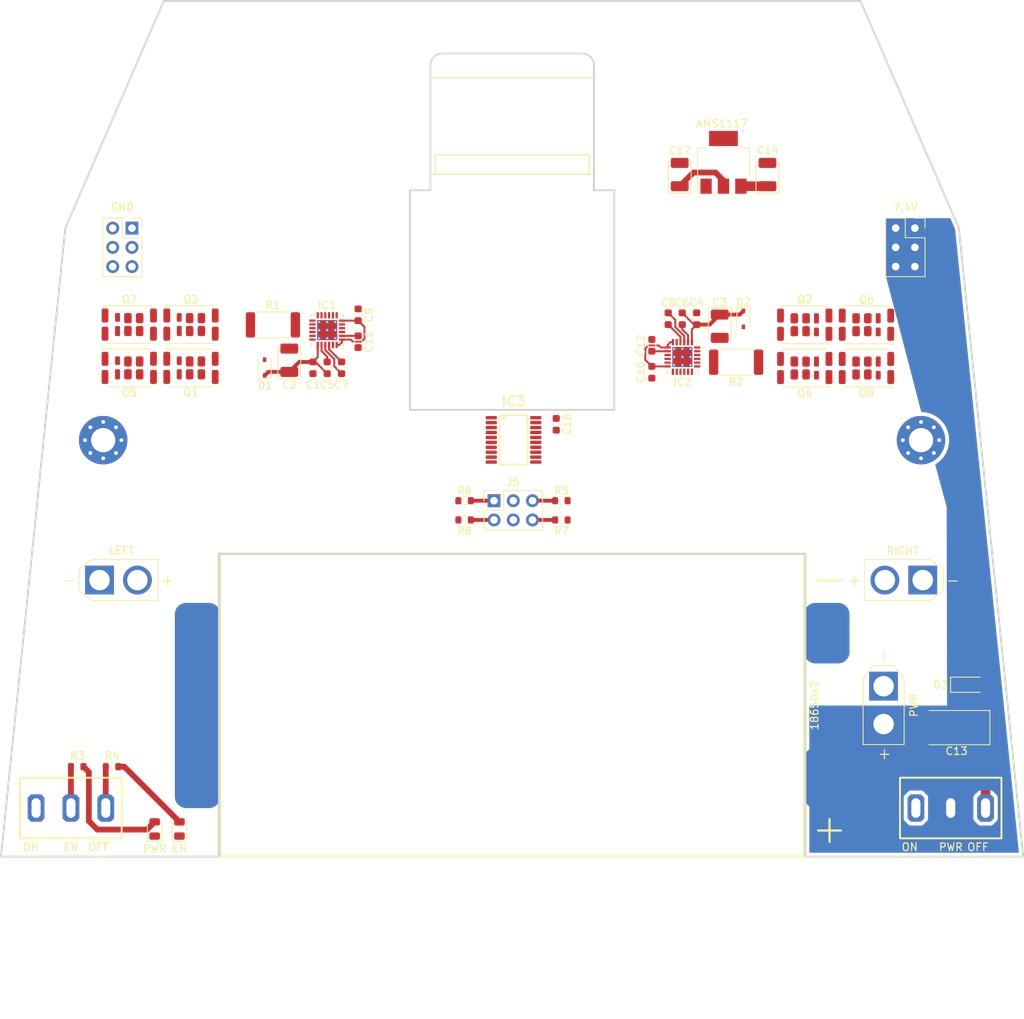
<source format=kicad_pcb>
(kicad_pcb (version 20211014) (generator pcbnew)
  (layers (0 "F.Cu" signal) (31 "B.Cu" signal) (34 "B.Paste" user) (35 "F.Paste" user) (36 "B.SilkS" user "B.Silkscreen") (37 "F.SilkS" user "F.Silkscreen") (38 "B.Mask" user) (39 "F.Mask" user) (44 "Edge.Cuts" user))
  (net 0 "")
  (net 1 "GNDPWR")
  (net 2 "Net-(C1-Pad2)")
  (net 3 "Net-(C5-Pad2)")
  (net 4 "Net-(C7-Pad1)")
  (net 5 "Net-(C7-Pad2)")
  (net 6 "Net-(C9-Pad1)")
  (net 7 "Net-(C11-Pad1)")
  (net 8 "VCC")
  (net 9 "+3V3")
  (net 13 "/WKUP")
  (net 14 "/PWM11")
  (net 15 "/DIR11")
  (net 16 "Net-(IC1-Pad17)")
  (net 17 "Net-(IC1-Pad18)")
  (net 18 "Net-(IC1-Pad19)")
  (net 19 "Net-(IC1-Pad21)")
  (net 20 "Net-(IC1-Pad22)")
  (net 21 "Net-(IC1-Pad23)")
  (net 22 "Net-(IC1-Pad24)")
  (net 23 "Net-(C3-Pad1)")
  (net 24 "Net-(C6-Pad2)")
  (net 25 "Net-(C8-Pad1)")
  (net 26 "/PWM22")
  (net 27 "/DIR22")
  (net 28 "Net-(C8-Pad2)")
  (net 29 "Net-(C10-Pad1)")
  (net 30 "Net-(C12-Pad1)")
  (net 34 "Net-(IC2-Pad17)")
  (net 36 "/DIR2")
  (net 40 "/DIR1")
  (net 42 "/PWM1")
  (net 45 "/PWM2")
  (net 47 "+7.5V")
  (net 48 "Net-(IC2-Pad18)")
  (net 49 "Net-(IC2-Pad19)")
  (net 50 "Net-(IC2-Pad21)")
  (net 51 "Net-(IC2-Pad22)")
  (net 52 "Net-(IC2-Pad23)")
  (net 53 "Net-(IC2-Pad24)")
  (net 54 "Net-(D4-Pad2)")
  (net 55 "Net-(C13-Pad1)")
  (net 57 "Net-(D5-Pad2)")
  (footprint "ErBW_s:DirectFET_ME" (layer "F.Cu") (at 114.3 12.7508 180)
    (fp_text reference "Q6")
    (fp_text value "NMOS")
  )
  (footprint "Connector_PinSocket_2.54mm:PinSocket_2x03_P2.54mm_Vertical" (layer "F.Cu") (at 120.69539 0)
    (fp_text reference "7.4V")
    (fp_text value "Conn_02x03_Odd_Even")
  )
  (footprint "ErBW_s:BatteryHolder_2x18650" (layer "F.Cu") (at 67.51 63.04)
    (fp_text reference "18650x2")
    (fp_text value "Conn_01x02")
  )
  (footprint "Resistor_SMD:R_0603_1608Metric" (layer "F.Cu") (at 10.0706 71.12)
    (property "Reference" "R?")
    (property "Value" "5K1")
    (fp_text reference "R3")
    (fp_text value "5k1")
  )
  (footprint "ErBW_s:DirectFET_ME" (layer "F.Cu") (at 106.1466 12.7508 180)
    (fp_text reference "Q2")
    (fp_text value "NMOS")
  )
  (footprint "Resistor_SMD:R_2512_6332Metric" (layer "F.Cu") (at 97.0814 17.7036 180)
    (fp_text reference "R2")
    (fp_text value "50mR")
  )
  (footprint "Capacitor_Tantalum_SMD:CP_EIA-7343-30_AVX-N" (layer "F.Cu") (at 126.1989 65.9638 180)
    (fp_text reference "C13")
    (fp_text value "470uF")
  )
  (footprint "Capacitor_SMD:C_0603_1608Metric" (layer "F.Cu") (at 43.0784 18.4404 90)
    (fp_text reference "C5")
    (fp_text value "1uF")
  )
  (footprint "ErBW_s:DirectFET_ME" (layer "F.Cu") (at 25.0952 12.7452)
    (fp_text reference "Q3")
    (fp_text value "NMOS")
  )
  (footprint "Resistor_SMD:R_0603_1608Metric" (layer "F.Cu") (at 74.0052 35.9972 180)
    (fp_text reference "R5")
    (fp_text value "10k")
  )
  (footprint "Connector_PinSocket_2.54mm:PinSocket_2x03_P2.54mm_Vertical" (layer "F.Cu") (at 17.2974 0)
    (fp_text reference "GND")
    (fp_text value "Conn_02x03_Odd_Even")
  )
  (footprint "ErBW_s:SPDT_MTS_102" (layer "F.Cu") (at 9.24 76.581 180)
    (fp_text reference "SW2" hide)
    (fp_text value "SW_SPDT")
  )
  (footprint "LED_SMD:LED_0805_2012Metric" (layer "F.Cu") (at 20.2946 79.3496 90)
    (property "Reference" "D?")
    (property "Value" "LED")
    (fp_text reference "PWR")
    (fp_text value "LED")
  )
  (footprint "LED_SMD:LED_0805_2012Metric" (layer "F.Cu") (at 23.5712 79.3496 90)
    (property "Reference" "D?")
    (property "Value" "LED")
    (fp_text reference "EN")
    (fp_text value "LED")
  )
  (footprint "Diode_SMD:D_SOD-123" (layer "F.Cu") (at 127.6614 60.2996)
    (property "Reference" "D3")
    (property "Value" "1N4148W")
    (fp_text reference "D3")
    (fp_text value "1N4148W")
  )
  (footprint "Capacitor_SMD:C_0603_1608Metric" (layer "F.Cu") (at 89.9694 11.9632 -90)
    (fp_text reference "C6")
    (fp_text value "1uF")
  )
  (footprint "Capacitor_SMD:C_0603_1608Metric" (layer "F.Cu") (at 73.3298 25.908 -90)
    (property "Reference" "C?")
    (property "Value" "0.1uF")
    (fp_text reference "C18")
    (fp_text value "1uF")
  )
  (footprint "Capacitor_SMD:C_0603_1608Metric" (layer "F.Cu") (at 47.1678 11.4424 90)
    (fp_text reference "C9")
    (fp_text value "1uF")
  )
  (footprint "Diode_SMD:D_SOD-323" (layer "F.Cu") (at 34.8234 18.415 90)
    (fp_text reference "D1")
    (fp_text value "1N5819WS")
  )
  (footprint "Connector_PinSocket_2.54mm:PinSocket_2x03_P2.54mm_Vertical" (layer "F.Cu") (at 65.1152 35.9972 90)
    (property "Reference" "J5")
    (property "Value" "Conn_02x03_Odd_Even")
    (fp_text reference "J5")
    (fp_text value "Conn_02x03_Odd_Even")
  )
  (footprint "Resistor_SMD:R_0603_1608Metric" (layer "F.Cu") (at 14.668 71.12)
    (property "Reference" "R4")
    (property "Value" "5k1")
    (fp_text reference "R4")
    (fp_text value "5k1")
  )
  (footprint "Package_TO_SOT_SMD:SOT-223" (layer "F.Cu") (at 95.4138 -8.6872 90)
    (property "Reference" "U?")
    (property "Value" "AMS1117-3.3")
    (fp_text reference "AMS1117")
    (fp_text value "AMS1117-3.3")
  )
  (footprint "Capacitor_SMD:C_0603_1608Metric" (layer "F.Cu") (at 88.1152 11.9632 -90)
    (fp_text reference "C8")
    (fp_text value "0.1uF")
  )
  (footprint "Capacitor_SMD:C_0603_1608Metric" (layer "F.Cu") (at 85.9562 15.4808 90)
    (fp_text reference "C12")
    (fp_text value "1uF")
  )
  (footprint "Connector_AMASS:AMASS_XT30U-M_1x02_P5.0mm_Vertical" (layer "F.Cu") (at 13.0194 46.482)
    (fp_text reference "LEFT")
    (fp_text value "Motor_DC")
  )
  (footprint "Capacitor_SMD:C_0603_1608Metric" (layer "F.Cu") (at 85.9562 19.0374 -90)
    (fp_text reference "C10")
    (fp_text value "1uF")
  )
  (footprint "Resistor_SMD:R_0603_1608Metric" (layer "F.Cu") (at 61.229 38.5372)
    (fp_text reference "R8")
    (fp_text value "10k")
  )
  (footprint "Capacitor_SMD:C_0603_1608Metric" (layer "F.Cu") (at 44.9834 18.4404 90)
    (fp_text reference "C7")
    (fp_text value "0.1uF")
  )
  (footprint "ErBW_s:DirectFET_ME" (layer "F.Cu") (at 106.1466 18.4658 180)
    (fp_text reference "Q4")
    (fp_text value "NMOS")
  )
  (footprint "MountingHole:MountingHole_3.2mm_M3_Pad_Via" (layer "F.Cu") (at 121.5 28)
    (fp_text reference "REF**" hide)
    (fp_text value "MountingHole_3.2mm_M3_Pad_Via")
  )
  (footprint "Capacitor_Tantalum_SMD:CP_EIA-3528-15_AVX-H" (layer "F.Cu") (at 101.219 -7.0747 90)
    (fp_text reference "C14")
    (fp_text value "10uF")
  )
  (footprint "Capacitor_SMD:C_0603_1608Metric" (layer "F.Cu") (at 47.1678 14.999 -90)
    (fp_text reference "C11")
    (fp_text value "1uF")
  )
  (footprint "Connector_AMASS:AMASS_XT30U-M_1x02_P5.0mm_Vertical" (layer "F.Cu") (at 116.5606 60.492 -90)
    (fp_text reference "PWR")
    (fp_text value "Conn_01x02")
  )
  (footprint "ErBW_s:SOP65P640X120-20N" (layer "F.Cu") (at 67.691 27.9654)
    (fp_text reference "IC3")
    (fp_text value "SN74LVC244APW" hide)
  )
  (footprint "Connector_AMASS:AMASS_XT30U-M_1x02_P5.0mm_Vertical" (layer "F.Cu") (at 121.727595 46.482 180)
    (fp_text reference "RIGHT")
    (fp_text value "Motor_DC")
  )
  (footprint "Package_DFN_QFN:QFN-24-1EP_4x4mm_P0.5mm_EP2.65x2.65mm_ThermalVias" (layer "F.Cu") (at 43.0842 13.4674 90)
    (fp_text reference "IC1")
    (fp_text value "DRV8701ERGER")
  )
  (footprint "Resistor_SMD:R_0603_1608Metric" (layer "F.Cu") (at 74.0052 38.5372)
    (fp_text reference "R7")
    (fp_text value "10k")
  )
  (footprint "ErBW_s:SPDT_MTS_102" (layer "F.Cu") (at 125.4252 76.581 180)
    (property "Reference" "SW1")
    (property "Value" "SW_SPDT")
    (fp_text reference "SW1" hide)
    (fp_text value "SW_SPDT")
  )
  (footprint "Resistor_SMD:R_2512_6332Metric" (layer "F.Cu") (at 35.9156 12.7762)
    (fp_text reference "R1")
    (fp_text value "50mR")
  )
  (footprint "ErBW_s:DirectFET_ME" (layer "F.Cu") (at 25.0952 18.4602)
    (fp_text reference "Q1")
    (fp_text value "NMOS")
  )
  (footprint "ErBW_s:DirectFET_ME" (layer "F.Cu") (at 16.9418 12.7452)
    (fp_text reference "Q7")
    (fp_text value "NMOS")
  )
  (footprint "Diode_SMD:D_SOD-323" (layer "F.Cu") (at 98.0466 11.9886 -90)
    (fp_text reference "D2")
    (fp_text value "1N5819WS")
  )
  (footprint "Resistor_SMD:R_0603_1608Metric" (layer "F.Cu") (at 61.229 35.9972 180)
    (property "Reference" "R6")
    (property "Value" "10k")
    (fp_text reference "R6")
    (fp_text value "10k")
  )
  (footprint "Capacitor_Tantalum_SMD:CP_EIA-3528-15_AVX-H" (layer "F.Cu") (at 38.0746 17.4498 90)
    (fp_text reference "C2")
    (fp_text value "10uF")
  )
  (footprint "Capacitor_SMD:C_0603_1608Metric" (layer "F.Cu") (at 41.1988 18.4404 90)
    (fp_text reference "C1")
    (fp_text value "0.1uF")
  )
  (footprint "ErBW_s:DirectFET_ME" (layer "F.Cu") (at 114.3 18.4658 180)
    (fp_text reference "Q8")
    (fp_text value "NMOS")
  )
  (footprint "Capacitor_Tantalum_SMD:CP_EIA-3528-15_AVX-H" (layer "F.Cu") (at 94.9224 12.9538 -90)
    (fp_text reference "C3")
    (fp_text value "10uF")
  )
  (footprint "Package_DFN_QFN:QFN-24-1EP_4x4mm_P0.5mm_EP2.65x2.65mm_ThermalVias" (layer "F.Cu") (at 89.989 17.0124 -90)
    (fp_text reference "IC2")
    (fp_text value "DRV8701ERGER")
  )
  (footprint "MountingHole:MountingHole_3.2mm_M3_Pad_Via" (layer "F.Cu") (at 13.5 28)
    (fp_text reference "REF**" hide)
    (fp_text value "MountingHole_3.2mm_M3_Pad_Via")
  )
  (footprint "Capacitor_Tantalum_SMD:CP_EIA-3528-15_AVX-H" (layer "F.Cu") (at 89.6366 -7.0747 90)
    (fp_text reference "C17")
    (fp_text value "22uF")
  )
  (footprint "Capacitor_SMD:C_0603_1608Metric" (layer "F.Cu") (at 91.8744 11.9632 -90)
    (fp_text reference "C4")
    (fp_text value "0.1uF")
  )
  (footprint "ErBW_s:DirectFET_ME" (layer "F.Cu") (at 16.9418 18.4602)
    (fp_text reference "Q5")
    (fp_text value "NMOS")
  )
  (gr_rect (start 56.7232 -7.1374) (end 78.3032 -19.8374) (layer "F.SilkS") (width 0.15) (fill none))
  (gr_rect (start 57.3532 -9.6774) (end 77.6732 -7.1374) (layer "F.SilkS") (width 0.15) (fill none))
  (gr_arc (start 76.718073 -23.07) (mid 77.838283 -22.614315) (end 78.3082 -21.5) (layer "Edge.Cuts") (width 0.254))
  (gr_line (start 106.24 83) (end 135 83) (layer "Edge.Cuts") (width 0.254))
  (gr_line (start 8.5 0) (end 0 83) (layer "Edge.Cuts") (width 0.254))
  (gr_line (start 81 -5) (end 81 24) (layer "Edge.Cuts") (width 0.254))
  (gr_line (start 106.24 43) (end 106.24 83) (layer "Edge.Cuts") (width 0.254))
  (gr_line (start 81 24) (end 54 24) (layer "Edge.Cuts") (width 0.254))
  (gr_line (start 113.5 -30) (end 126.5 0) (layer "Edge.Cuts") (width 0.254))
  (gr_line (start 135 83) (end 126.5 0) (layer "Edge.Cuts") (width 0.254))
  (gr_line (start 78.3082 -5) (end 81 -5) (layer "Edge.Cuts") (width 0.254))
  (gr_line (start 0 83) (end 28.78 83) (layer "Edge.Cuts") (width 0.254))
  (gr_line (start 58.308327 -23.07) (end 76.718073 -23.07) (layer "Edge.Cuts") (width 0.254))
  (gr_line (start 28.78 43) (end 106.24 43) (layer "Edge.Cuts") (width 0.254))
  (gr_line (start 21.5 -30) (end 113.5 -30) (layer "Edge.Cuts") (width 0.254))
  (gr_line (start 28.78 43) (end 28.78 83) (layer "Edge.Cuts") (width 0.254))
  (gr_arc (start 56.7182 -21.5) (mid 57.188116 -22.614316) (end 58.308327 -23.07) (layer "Edge.Cuts") (width 0.254))
  (gr_line (start 78.3082 -5) (end 78.3082 -21.5) (layer "Edge.Cuts") (width 0.254))
  (gr_line (start 56.7182 -21.5) (end 56.7182 -5) (layer "Edge.Cuts") (width 0.254))
  (gr_line (start 54 -5) (end 56.7182 -5) (layer "Edge.Cuts") (width 0.254))
  (gr_line (start 54 24) (end 54 -5) (layer "Edge.Cuts") (width 0.254))
  (gr_line (start 8.5 0) (end 21.5 -30) (layer "Edge.Cuts") (width 0.254))
  (gr_text "EN" (at 9.2456 81.7372) (layer "F.SilkS") (effects (font (size 1 1))))
  (gr_text "ON 		 OFF" (at 124.6886 81.7372) (layer "F.SilkS") (effects (font (size 1.016 1.016) (thickness 0.1524))))
  (gr_text "PWR" (at 125.4506 81.7372) (layer "F.SilkS") (effects (font (size 1 1))))
  (gr_text "ON		 OFF" (at 8.6106 81.7372) (layer "F.SilkS") (effects (font (size 1.016 1.016) (thickness 0.1524))))
  (segment (start 34.8234 19.465) (end 35.3011 18.9873) (width 0.508) (layer "F.Cu") (net 2))
  (segment (start 41.1988 17.6654) (end 41.5284 17.6654) (width 0.254) (layer "F.Cu") (net 2))
  (segment (start 39.3835 17.6784) (end 41.1858 17.6784) (width 0.508) (layer "F.Cu") (net 2))
  (segment (start 41.8342 17.03) (end 41.1988 17.6654) (width 0.254) (layer "F.Cu") (net 2))
  (segment (start 35.3011 18.9873) (end 38.0746 18.9873) (width 0.508) (layer "F.Cu") (net 2))
  (segment (start 38.0746 18.9873) (end 39.3835 17.6784) (width 0.508) (layer "F.Cu") (net 2))
  (segment (start 41.52839 17.6654) (end 43.0784 19.2154) (width 0.254) (layer "F.Cu") (net 2))
  (segment (start 41.1858 17.6784) (end 41.1988 17.6654) (width 0.254) (layer "F.Cu") (net 2))
  (segment (start 41.8342 15.4174) (end 41.8342 17.03) (width 0.254) (layer "F.Cu") (net 2))
  (segment (start 42.3342 16.223378) (end 43.0784 16.967578) (width 0.254) (layer "F.Cu") (net 3))
  (segment (start 43.0784 16.967578) (end 43.0784 17.6654) (width 0.254) (layer "F.Cu") (net 3))
  (segment (start 42.3342 15.4174) (end 42.3342 16.223378) (width 0.254) (layer "F.Cu") (net 3))
  (segment (start 44.0182 17.2974) (end 42.8342 16.1134) (width 0.254) (layer "F.Cu") (net 4))
  (segment (start 44.0182 18.2502) (end 44.0182 17.2974) (width 0.254) (layer "F.Cu") (net 4))
  (segment (start 42.8342 16.1134) (end 42.8342 15.4174) (width 0.254) (layer "F.Cu") (net 4))
  (segment (start 44.9834 19.2154) (end 44.0182 18.2502) (width 0.254) (layer "F.Cu") (net 4))
  (segment (start 43.3342 15.4174) (end 43.3342 16.003422) (width 0.254) (layer "F.Cu") (net 5))
  (segment (start 44.9834 17.652622) (end 44.9834 17.6654) (width 0.254) (layer "F.Cu") (net 5))
  (segment (start 43.3342 16.003422) (end 44.9834 17.652622) (width 0.254) (layer "F.Cu") (net 5))
  (segment (start 48.006 13.0556) (end 47.1678 12.2174) (width 0.254) (layer "F.Cu") (net 6))
  (segment (start 48.006 14.609371) (end 48.006 13.0556) (width 0.254) (layer "F.Cu") (net 6))
  (segment (start 45.0342 14.7174) (end 46.188 14.7174) (width 0.254) (layer "F.Cu") (net 6))
  (segment (start 46.188 14.7174) (end 46.4566 14.986) (width 0.254) (layer "F.Cu") (net 6))
  (segment (start 45.0342 15.0622) (end 45.0342 14.7174) (width 0.254) (layer "F.Cu") (net 6))
  (segment (start 45.0342 12.2174) (end 47.1678 12.2174) (width 0.254) (layer "F.Cu") (net 6))
  (segment (start 44.3342 15.4174) (end 44.679 15.4174) (width 0.254) (layer "F.Cu") (net 6))
  (segment (start 47.629371 14.986) (end 48.006 14.609371) (width 0.254) (layer "F.Cu") (net 6))
  (segment (start 46.4566 14.986) (end 47.629371 14.986) (width 0.254) (layer "F.Cu") (net 6))
  (segment (start 44.679 15.4174) (end 45.0342 15.0622) (width 0.254) (layer "F.Cu") (net 6))
  (segment (start 45.0408 14.224) (end 45.0342 14.2174) (width 0.254) (layer "F.Cu") (net 7))
  (segment (start 47.1678 14.224) (end 45.0408 14.224) (width 0.254) (layer "F.Cu") (net 7))
  (segment (start 101.219 -5.5372) (end 97.7138 -5.5372) (width 1.27) (layer "F.Cu") (net 8))
  (segment (start 95.4138 -6.2878) (end 94.361 -7.3406) (width 0.762) (layer "F.Cu") (net 9))
  (segment (start 9.24 71.1256) (end 9.2456 71.12) (width 0.762) (layer "F.Cu") (net 9))
  (segment (start 94.361 -7.3406) (end 91.44 -7.3406) (width 0.762) (layer "F.Cu") (net 9))
  (segment (start 95.4138 -5.5372) (end 95.4138 -6.2878) (width 0.762) (layer "F.Cu") (net 9))
  (segment (start 91.44 -7.3406) (end 89.6366 -5.5372) (width 0.762) (layer "F.Cu") (net 9))
  (segment (start 9.24 76.581) (end 9.24 71.1256) (width 0.762) (layer "F.Cu") (net 9))
  (segment (start 13.84 76.581) (end 13.84 71.123) (width 0.762) (layer "F.Cu") (net 13))
  (segment (start 13.84 71.123) (end 13.843 71.12) (width 0.762) (layer "F.Cu") (net 13))
  (segment (start 94.9224 11.4163) (end 93.6005 12.7382) (width 0.508) (layer "F.Cu") (net 23))
  (segment (start 91.8744 12.7382) (end 91.5194 12.7382) (width 0.254) (layer "F.Cu") (net 23))
  (segment (start 98.0466 10.9386) (end 97.5689 11.4163) (width 0.508) (layer "F.Cu") (net 23))
  (segment (start 91.5194 12.7382) (end 89.9694 11.1882) (width 0.254) (layer "F.Cu") (net 23))
  (segment (start 91.239 13.3736) (end 91.8744 12.7382) (width 0.254) (layer "F.Cu") (net 23))
  (segment (start 91.239 15.0624) (end 91.239 13.3736) (width 0.254) (layer "F.Cu") (net 23))
  (segment (start 97.5689 11.4163) (end 94.9224 11.4163) (width 0.508) (layer "F.Cu") (net 23))
  (segment (start 93.6005 12.7382) (end 91.8744 12.7382) (width 0.508) (layer "F.Cu") (net 23))
  (segment (start 90.739 15.0624) (end 90.739 14.142044) (width 0.254) (layer "F.Cu") (net 24))
  (segment (start 89.9694 13.372444) (end 89.9694 12.7382) (width 0.254) (layer "F.Cu") (net 24))
  (segment (start 90.739 14.142044) (end 89.9694 13.372444) (width 0.254) (layer "F.Cu") (net 24))
  (segment (start 89.0524 13.065422) (end 90.239 14.252022) (width 0.254) (layer "F.Cu") (net 25))
  (segment (start 89.0524 12.1254) (end 89.0524 13.065422) (width 0.254) (layer "F.Cu") (net 25))
  (segment (start 88.1152 11.1882) (end 89.0524 12.1254) (width 0.254) (layer "F.Cu") (net 25))
  (segment (start 90.239 14.252022) (end 90.239 15.0624) (width 0.254) (layer "F.Cu") (net 25))
  (segment (start 88.1152 12.7382) (end 89.739 14.362) (width 0.254) (layer "F.Cu") (net 28))
  (segment (start 89.739 14.362) (end 89.739 15.0624) (width 0.254) (layer "F.Cu") (net 28))
  (segment (start 88.039 15.7624) (end 88.039 15.4406) (width 0.254) (layer "F.Cu") (net 29))
  (segment (start 85.9562 18.2624) (end 85.09 17.3962) (width 0.254) (layer "F.Cu") (net 29))
  (segment (start 85.494429 15.494) (end 86.868 15.494) (width 0.254) (layer "F.Cu") (net 29))
  (segment (start 88.039 15.4406) (end 88.4172 15.0624) (width 0.254) (layer "F.Cu") (net 29))
  (segment (start 88.4172 15.0624) (end 88.739 15.0624) (width 0.254) (layer "F.Cu") (net 29))
  (segment (start 85.09 17.3962) (end 85.09 15.898429) (width 0.254) (layer "F.Cu") (net 29))
  (segment (start 86.868 15.494) (end 87.1364 15.7624) (width 0.254) (layer "F.Cu") (net 29))
  (segment (start 87.1364 15.7624) (end 88.039 15.7624) (width 0.254) (layer "F.Cu") (net 29))
  (segment (start 85.09 15.898429) (end 85.494429 15.494) (width 0.254) (layer "F.Cu") (net 29))
  (segment (start 88.039 18.2624) (end 85.9562 18.2624) (width 0.254) (layer "F.Cu") (net 29))
  (segment (start 85.9628 16.2624) (end 85.9562 16.2558) (width 0.254) (layer "F.Cu") (net 30))
  (segment (start 88.039 16.2624) (end 85.9628 16.2624) (width 0.254) (layer "F.Cu") (net 30))
  (segment (start 64.753 26.9904) (end 65.391788 26.9904) (width 0.2) (layer "F.Cu") (net 36))
  (segment (start 73.1802 35.9972) (end 70.1952 35.9972) (width 0.508) (layer "F.Cu") (net 36))
  (segment (start 73.1802 38.5372) (end 70.1952 38.5372) (width 0.508) (layer "F.Cu") (net 40))
  (segment (start 62.054 38.5372) (end 65.1152 38.5372) (width 0.508) (layer "F.Cu") (net 42))
  (segment (start 62.054 35.9972) (end 65.1152 35.9972) (width 0.508) (layer "F.Cu") (net 45))
  (segment (start 12.7254 79.4258) (end 19.2809 79.4258) (width 0.762) (layer "F.Cu") (net 54))
  (segment (start 11.6078 78.3082) (end 12.7254 79.4258) (width 0.762) (layer "F.Cu") (net 54))
  (segment (start 10.8956 71.12) (end 11.6078 71.8322) (width 0.762) (layer "F.Cu") (net 54))
  (segment (start 19.2809 79.4258) (end 20.2946 78.4121) (width 0.762) (layer "F.Cu") (net 54))
  (segment (start 11.6078 71.8322) (end 11.6078 78.3082) (width 0.762) (layer "F.Cu") (net 54))
  (segment (start 130.0252 76.581) (end 130.0252 66.6776) (width 1.27) (layer "F.Cu") (net 55))
  (segment (start 129.3114 65.9638) (end 129.3114 60.2996) (width 1.27) (layer "F.Cu") (net 55))
  (segment (start 130.0252 66.6776) (end 129.3114 65.9638) (width 1.27) (layer "F.Cu") (net 55))
  (segment (start 16.2791 71.12) (end 23.5712 78.4121) (width 0.762) (layer "F.Cu") (net 57))
  (segment (start 15.493 71.12) (end 16.2791 71.12) (width 0.762) (layer "F.Cu") (net 57))
  (zone (net 47) (net_name "+7.5V") (layer "B.Cu") (connect_pads yes (clearance 0.508)) (min_thickness 0.254) (fill yes (thermal_gap 0.508) (thermal_bridge_width 0.508) (smoothing fillet))
    (polygon (pts (xy 126.5174 0) (xy 134.9756 83.0072) (xy 106.2482 82.9818) (xy 106.2482 63.0428) (xy 124.9426 63.04528) (xy 124.890998 36.843529) (xy 122.4026 27.6098) (xy 116.8654 6.35) (xy 116.8654 -1.3208) (xy 125.9078 -1.3208)))
  )
)
</source>
